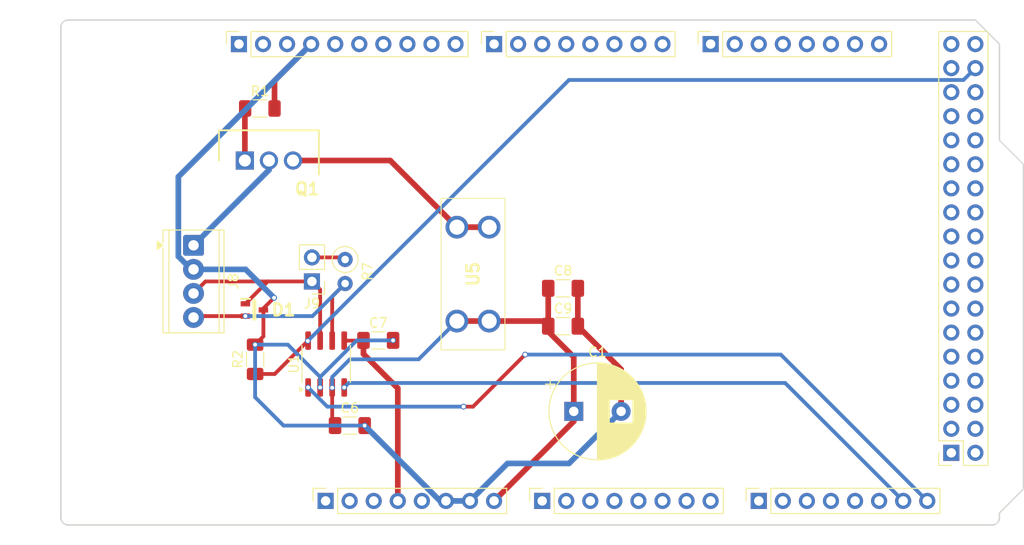
<source format=kicad_pcb>
(kicad_pcb (version 20241229) (generator "pcbnew") (generator_version "9.0")
  (title_block (date "mar. 31 mars 2015"))
  (layers (0 "F.Cu" signal) (2 "B.Cu" signal) (13 "F.Paste" user) (15 "B.Paste" user) (5 "F.SilkS" user "F.Silkscreen") (7 "B.SilkS" user "B.Silkscreen") (1 "F.Mask" user) (3 "B.Mask" user) (25 "Edge.Cuts" user))
  (net 0 "")
  (net 1 "GND")
  (net 2 "/*52")
  (net 3 "/53")
  (net 4 "/50")
  (net 5 "/51")
  (net 6 "/48")
  (net 7 "/49")
  (net 8 "/*46")
  (net 9 "/47")
  (net 10 "/*44")
  (net 11 "/*45")
  (net 12 "/42")
  (net 13 "/43")
  (net 14 "/40")
  (net 15 "/41")
  (net 16 "/38")
  (net 17 "/39")
  (net 18 "/36")
  (net 19 "/37")
  (net 20 "/34")
  (net 21 "/35")
  (net 22 "/32")
  (net 23 "/33")
  (net 24 "/30")
  (net 25 "/31")
  (net 26 "/28")
  (net 27 "/29")
  (net 28 "/26")
  (net 29 "/27")
  (net 30 "/24")
  (net 31 "/25")
  (net 32 "/22")
  (net 33 "/23")
  (net 34 "+5V")
  (net 35 "/IOREF")
  (net 36 "/A0")
  (net 37 "/A1")
  (net 38 "/A2")
  (net 39 "/A3")
  (net 40 "/A4")
  (net 41 "/A5")
  (net 42 "/A6")
  (net 43 "/A7")
  (net 44 "/A8")
  (net 45 "/A9")
  (net 46 "/A10")
  (net 47 "/A11")
  (net 48 "+VDC")
  (net 49 "CANBUS_H")
  (net 50 "CANBUS_L")
  (net 51 "/*13{slash}SCK")
  (net 52 "/AREF")
  (net 53 "/*12{slash}CIPO")
  (net 54 "/*8{slash}SCL2")
  (net 55 "/*10{slash}CS")
  (net 56 "/*9{slash}SDA2")
  (net 57 "/*11{slash}COP1")
  (net 58 "/DAC1")
  (net 59 "/*7")
  (net 60 "/*6")
  (net 61 "/*5")
  (net 62 "/*4")
  (net 63 "/*3")
  (net 64 "/*2")
  (net 65 "/TX0{slash}1")
  (net 66 "/RX0{slash}0")
  (net 67 "+3V3")
  (net 68 "/TX3{slash}14")
  (net 69 "/RX3{slash}15")
  (net 70 "/TX2{slash}16")
  (net 71 "/RX2{slash}17")
  (net 72 "/TX1{slash}18")
  (net 73 "/RX1{slash}19")
  (net 74 "CB_RX_TTL")
  (net 75 "/~{RESET}")
  (net 77 "/DAC0")
  (net 78 "CB_TX_TTL")
  (net 79 "Net-(J8-Pin_1)")
  (net 80 "Net-(J9-Pin_2)")
  (net 81 "Net-(Q1-Pad3)")
  (net 82 "Net-(Q1-Pad1)")
  (footprint "Connector_PinSocket_2.54mm:PinSocket_2x18_P2.54mm_Vertical" (layer "F.Cu") (at 193.98 92.38 180)
    (property "Reference" "J7" (hide yes))
    (property "Value" "Digital")
    (pad "1" thru_hole rect (at 0 0 180) (size 1.7 1.7) (drill 1) (layers "*.Cu" "*.Mask"))
    (pad "2" thru_hole oval (at -2.54 0 180) (size 1.7 1.7) (drill 1) (layers "*.Cu" "*.Mask"))
    (pad "3" thru_hole oval (at 0 2.54 180) (size 1.7 1.7) (drill 1) (layers "*.Cu" "*.Mask") (net 2 "/*52"))
    (pad "4" thru_hole oval (at -2.54 2.54 180) (size 1.7 1.7) (drill 1) (layers "*.Cu" "*.Mask") (net 3 "/53"))
    (pad "5" thru_hole oval (at 0 5.08 180) (size 1.7 1.7) (drill 1) (layers "*.Cu" "*.Mask") (net 4 "/50"))
    (pad "6" thru_hole oval (at -2.54 5.08 180) (size 1.7 1.7) (drill 1) (layers "*.Cu" "*.Mask") (net 5 "/51"))
    (pad "7" thru_hole oval (at 0 7.62 180) (size 1.7 1.7) (drill 1) (layers "*.Cu" "*.Mask") (net 6 "/48"))
    (pad "8" thru_hole oval (at -2.54 7.62 180) (size 1.7 1.7) (drill 1) (layers "*.Cu" "*.Mask") (net 7 "/49"))
    (pad "9" thru_hole oval (at 0 10.16 180) (size 1.7 1.7) (drill 1) (layers "*.Cu" "*.Mask") (net 8 "/*46"))
    (pad "10" thru_hole oval (at -2.54 10.16 180) (size 1.7 1.7) (drill 1) (layers "*.Cu" "*.Mask") (net 9 "/47"))
    (pad "11" thru_hole oval (at 0 12.7 180) (size 1.7 1.7) (drill 1) (layers "*.Cu" "*.Mask") (net 10 "/*44"))
    (pad "12" thru_hole oval (at -2.54 12.7 180) (size 1.7 1.7) (drill 1) (layers "*.Cu" "*.Mask") (net 11 "/*45"))
    (pad "13" thru_hole oval (at 0 15.24 180) (size 1.7 1.7) (drill 1) (layers "*.Cu" "*.Mask") (net 12 "/42"))
    (pad "14" thru_hole oval (at -2.54 15.24 180) (size 1.7 1.7) (drill 1) (layers "*.Cu" "*.Mask") (net 13 "/43"))
    (pad "15" thru_hole oval (at 0 17.78 180) (size 1.7 1.7) (drill 1) (layers "*.Cu" "*.Mask") (net 14 "/40"))
    (pad "16" thru_hole oval (at -2.54 17.78 180) (size 1.7 1.7) (drill 1) (layers "*.Cu" "*.Mask") (net 15 "/41"))
    (pad "17" thru_hole oval (at 0 20.32 180) (size 1.7 1.7) (drill 1) (layers "*.Cu" "*.Mask") (net 16 "/38"))
    (pad "18" thru_hole oval (at -2.54 20.32 180) (size 1.7 1.7) (drill 1) (layers "*.Cu" "*.Mask") (net 17 "/39"))
    (pad "19" thru_hole oval (at 0 22.86 180) (size 1.7 1.7) (drill 1) (layers "*.Cu" "*.Mask") (net 18 "/36"))
    (pad "20" thru_hole oval (at -2.54 22.86 180) (size 1.7 1.7) (drill 1) (layers "*.Cu" "*.Mask") (net 19 "/37"))
    (pad "21" thru_hole oval (at 0 25.4 180) (size 1.7 1.7) (drill 1) (layers "*.Cu" "*.Mask") (net 20 "/34"))
    (pad "22" thru_hole oval (at -2.54 25.4 180) (size 1.7 1.7) (drill 1) (layers "*.Cu" "*.Mask") (net 21 "/35"))
    (pad "23" thru_hole oval (at 0 27.94 180) (size 1.7 1.7) (drill 1) (layers "*.Cu" "*.Mask") (net 22 "/32"))
    (pad "24" thru_hole oval (at -2.54 27.94 180) (size 1.7 1.7) (drill 1) (layers "*.Cu" "*.Mask") (net 23 "/33"))
    (pad "25" thru_hole oval (at 0 30.48 180) (size 1.7 1.7) (drill 1) (layers "*.Cu" "*.Mask") (net 24 "/30"))
    (pad "26" thru_hole oval (at -2.54 30.48 180) (size 1.7 1.7) (drill 1) (layers "*.Cu" "*.Mask") (net 25 "/31"))
    (pad "27" thru_hole oval (at 0 33.02 180) (size 1.7 1.7) (drill 1) (layers "*.Cu" "*.Mask") (net 26 "/28"))
    (pad "28" thru_hole oval (at -2.54 33.02 180) (size 1.7 1.7) (drill 1) (layers "*.Cu" "*.Mask") (net 27 "/29"))
    (pad "29" thru_hole oval (at 0 35.56 180) (size 1.7 1.7) (drill 1) (layers "*.Cu" "*.Mask") (net 28 "/26"))
    (pad "30" thru_hole oval (at -2.54 35.56 180) (size 1.7 1.7) (drill 1) (layers "*.Cu" "*.Mask") (net 29 "/27"))
    (pad "31" thru_hole oval (at 0 38.1 180) (size 1.7 1.7) (drill 1) (layers "*.Cu" "*.Mask") (net 30 "/24"))
    (pad "32" thru_hole oval (at -2.54 38.1 180) (size 1.7 1.7) (drill 1) (layers "*.Cu" "*.Mask") (net 31 "/25"))
    (pad "33" thru_hole oval (at 0 40.64 180) (size 1.7 1.7) (drill 1) (layers "*.Cu" "*.Mask") (net 32 "/22"))
    (pad "34" thru_hole oval (at -2.54 40.64 180) (size 1.7 1.7) (drill 1) (layers "*.Cu" "*.Mask") (net 33 "/23"))
    (pad "35" thru_hole oval (at 0 43.18 180) (size 1.7 1.7) (drill 1) (layers "*.Cu" "*.Mask"))
    (pad "36" thru_hole oval (at -2.54 43.18 180) (size 1.7 1.7) (drill 1) (layers "*.Cu" "*.Mask"))
  )
  (footprint "Connector_PinSocket_2.54mm:PinSocket_1x08_P2.54mm_Vertical" (layer "F.Cu") (at 127.94 97.46 90)
    (property "Reference" "J1" (hide yes))
    (property "Value" "Power")
    (pad "1" thru_hole rect (at 0 0 90) (size 1.7 1.7) (drill 1) (layers "*.Cu" "*.Mask"))
    (pad "2" thru_hole oval (at 0 2.54 90) (size 1.7 1.7) (drill 1) (layers "*.Cu" "*.Mask") (net 35 "/IOREF"))
    (pad "3" thru_hole oval (at 0 5.08 90) (size 1.7 1.7) (drill 1) (layers "*.Cu" "*.Mask") (net 75 "/~{RESET}"))
    (pad "4" thru_hole oval (at 0 7.62 90) (size 1.7 1.7) (drill 1) (layers "*.Cu" "*.Mask") (net 67 "+3V3"))
    (pad "5" thru_hole oval (at 0 10.16 90) (size 1.7 1.7) (drill 1) (layers "*.Cu" "*.Mask") (net 34 "+5V"))
    (pad "6" thru_hole oval (at 0 12.7 90) (size 1.7 1.7) (drill 1) (layers "*.Cu" "*.Mask") (net 1 "GND"))
    (pad "7" thru_hole oval (at 0 15.24 90) (size 1.7 1.7) (drill 1) (layers "*.Cu" "*.Mask") (net 1 "GND"))
    (pad "8" thru_hole oval (at 0 17.78 90) (size 1.7 1.7) (drill 1) (layers "*.Cu" "*.Mask") (net 48 "+VDC"))
  )
  (footprint "Connector_PinSocket_2.54mm:PinSocket_1x08_P2.54mm_Vertical" (layer "F.Cu") (at 150.8 97.46 90)
    (property "Reference" "J3" (hide yes))
    (property "Value" "Analog")
    (pad "1" thru_hole rect (at 0 0 90) (size 1.7 1.7) (drill 1) (layers "*.Cu" "*.Mask") (net 36 "/A0"))
    (pad "2" thru_hole oval (at 0 2.54 90) (size 1.7 1.7) (drill 1) (layers "*.Cu" "*.Mask") (net 37 "/A1"))
    (pad "3" thru_hole oval (at 0 5.08 90) (size 1.7 1.7) (drill 1) (layers "*.Cu" "*.Mask") (net 38 "/A2"))
    (pad "4" thru_hole oval (at 0 7.62 90) (size 1.7 1.7) (drill 1) (layers "*.Cu" "*.Mask") (net 39 "/A3"))
    (pad "5" thru_hole oval (at 0 10.16 90) (size 1.7 1.7) (drill 1) (layers "*.Cu" "*.Mask") (net 40 "/A4"))
    (pad "6" thru_hole oval (at 0 12.7 90) (size 1.7 1.7) (drill 1) (layers "*.Cu" "*.Mask") (net 41 "/A5"))
    (pad "7" thru_hole oval (at 0 15.24 90) (size 1.7 1.7) (drill 1) (layers "*.Cu" "*.Mask") (net 42 "/A6"))
    (pad "8" thru_hole oval (at 0 17.78 90) (size 1.7 1.7) (drill 1) (layers "*.Cu" "*.Mask") (net 43 "/A7"))
  )
  (footprint "Connector_PinSocket_2.54mm:PinSocket_1x08_P2.54mm_Vertical" (layer "F.Cu") (at 173.66 97.46 90)
    (property "Reference" "J5" (hide yes))
    (property "Value" "Analog")
    (pad "1" thru_hole rect (at 0 0 90) (size 1.7 1.7) (drill 1) (layers "*.Cu" "*.Mask") (net 44 "/A8"))
    (pad "2" thru_hole oval (at 0 2.54 90) (size 1.7 1.7) (drill 1) (layers "*.Cu" "*.Mask") (net 45 "/A9"))
    (pad "3" thru_hole oval (at 0 5.08 90) (size 1.7 1.7) (drill 1) (layers "*.Cu" "*.Mask") (net 46 "/A10"))
    (pad "4" thru_hole oval (at 0 7.62 90) (size 1.7 1.7) (drill 1) (layers "*.Cu" "*.Mask") (net 47 "/A11"))
    (pad "5" thru_hole oval (at 0 10.16 90) (size 1.7 1.7) (drill 1) (layers "*.Cu" "*.Mask") (net 77 "/DAC0"))
    (pad "6" thru_hole oval (at 0 12.7 90) (size 1.7 1.7) (drill 1) (layers "*.Cu" "*.Mask") (net 58 "/DAC1"))
    (pad "7" thru_hole oval (at 0 15.24 90) (size 1.7 1.7) (drill 1) (layers "*.Cu" "*.Mask") (net 74 "CB_RX_TTL"))
    (pad "8" thru_hole oval (at 0 17.78 90) (size 1.7 1.7) (drill 1) (layers "*.Cu" "*.Mask") (net 78 "CB_TX_TTL"))
  )
  (footprint "Connector_PinSocket_2.54mm:PinSocket_1x10_P2.54mm_Vertical" (layer "F.Cu") (at 118.796 49.2 90)
    (property "Reference" "J2" (hide yes))
    (property "Value" "PWM")
    (pad "1" thru_hole rect (at 0 0 90) (size 1.7 1.7) (drill 1) (layers "*.Cu" "*.Mask"))
    (pad "2" thru_hole oval (at 0 2.54 90) (size 1.7 1.7) (drill 1) (layers "*.Cu" "*.Mask"))
    (pad "3" thru_hole oval (at 0 5.08 90) (size 1.7 1.7) (drill 1) (layers "*.Cu" "*.Mask") (net 52 "/AREF"))
    (pad "4" thru_hole oval (at 0 7.62 90) (size 1.7 1.7) (drill 1) (layers "*.Cu" "*.Mask") (net 1 "GND"))
    (pad "5" thru_hole oval (at 0 10.16 90) (size 1.7 1.7) (drill 1) (layers "*.Cu" "*.Mask") (net 51 "/*13{slash}SCK"))
    (pad "6" thru_hole oval (at 0 12.7 90) (size 1.7 1.7) (drill 1) (layers "*.Cu" "*.Mask") (net 53 "/*12{slash}CIPO"))
    (pad "7" thru_hole oval (at 0 15.24 90) (size 1.7 1.7) (drill 1) (layers "*.Cu" "*.Mask") (net 57 "/*11{slash}COP1"))
    (pad "8" thru_hole oval (at 0 17.78 90) (size 1.7 1.7) (drill 1) (layers "*.Cu" "*.Mask") (net 55 "/*10{slash}CS"))
    (pad "9" thru_hole oval (at 0 20.32 90) (size 1.7 1.7) (drill 1) (layers "*.Cu" "*.Mask") (net 56 "/*9{slash}SDA2"))
    (pad "10" thru_hole oval (at 0 22.86 90) (size 1.7 1.7) (drill 1) (layers "*.Cu" "*.Mask") (net 54 "/*8{slash}SCL2"))
  )
  (footprint "Connector_PinSocket_2.54mm:PinSocket_1x08_P2.54mm_Vertical" (layer "F.Cu") (at 145.72 49.2 90)
    (property "Reference" "J4" (hide yes))
    (property "Value" "PWM")
    (pad "1" thru_hole rect (at 0 0 90) (size 1.7 1.7) (drill 1) (layers "*.Cu" "*.Mask") (net 59 "/*7"))
    (pad "2" thru_hole oval (at 0 2.54 90) (size 1.7 1.7) (drill 1) (layers "*.Cu" "*.Mask") (net 60 "/*6"))
    (pad "3" thru_hole oval (at 0 5.08 90) (size 1.7 1.7) (drill 1) (layers "*.Cu" "*.Mask") (net 61 "/*5"))
    (pad "4" thru_hole oval (at 0 7.62 90) (size 1.7 1.7) (drill 1) (layers "*.Cu" "*.Mask") (net 62 "/*4"))
    (pad "5" thru_hole oval (at 0 10.16 90) (size 1.7 1.7) (drill 1) (layers "*.Cu" "*.Mask") (net 63 "/*3"))
    (pad "6" thru_hole oval (at 0 12.7 90) (size 1.7 1.7) (drill 1) (layers "*.Cu" "*.Mask") (net 64 "/*2"))
    (pad "7" thru_hole oval (at 0 15.24 90) (size 1.7 1.7) (drill 1) (layers "*.Cu" "*.Mask") (net 65 "/TX0{slash}1"))
    (pad "8" thru_hole oval (at 0 17.78 90) (size 1.7 1.7) (drill 1) (layers "*.Cu" "*.Mask") (net 66 "/RX0{slash}0"))
  )
  (footprint "Connector_PinSocket_2.54mm:PinSocket_1x08_P2.54mm_Vertical" (layer "F.Cu") (at 168.58 49.2 90)
    (property "Reference" "J6" (hide yes))
    (property "Value" "Communication")
    (pad "1" thru_hole rect (at 0 0 90) (size 1.7 1.7) (drill 1) (layers "*.Cu" "*.Mask") (net 68 "/TX3{slash}14"))
    (pad "2" thru_hole oval (at 0 2.54 90) (size 1.7 1.7) (drill 1) (layers "*.Cu" "*.Mask") (net 69 "/RX3{slash}15"))
    (pad "3" thru_hole oval (at 0 5.08 90) (size 1.7 1.7) (drill 1) (layers "*.Cu" "*.Mask") (net 70 "/TX2{slash}16"))
    (pad "4" thru_hole oval (at 0 7.62 90) (size 1.7 1.7) (drill 1) (layers "*.Cu" "*.Mask") (net 71 "/RX2{slash}17"))
    (pad "5" thru_hole oval (at 0 10.16 90) (size 1.7 1.7) (drill 1) (layers "*.Cu" "*.Mask") (net 72 "/TX1{slash}18"))
    (pad "6" thru_hole oval (at 0 12.7 90) (size 1.7 1.7) (drill 1) (layers "*.Cu" "*.Mask") (net 73 "/RX1{slash}19"))
    (pad "7" thru_hole oval (at 0 15.24 90) (size 1.7 1.7) (drill 1) (layers "*.Cu" "*.Mask"))
    (pad "8" thru_hole oval (at 0 17.78 90) (size 1.7 1.7) (drill 1) (layers "*.Cu" "*.Mask"))
  )
  (footprint "Resistor_THT:R_Axial_DIN0207_L6.3mm_D2.5mm_P2.54mm_Vertical" (layer "F.Cu") (at 130 71.955 -90)
    (property "Reference" "R7" (at 1.27 -2.37 90) (layer "F.SilkS"))
    (property "Value" "120")
    (pad "1" thru_hole circle (at 0 0 270) (size 1.6 1.6) (drill 0.8) (layers "*.Cu" "*.Mask") (net 80 "Net-(J9-Pin_2)"))
    (pad "2" thru_hole oval (at 2.54 0 270) (size 1.6 1.6) (drill 0.8) (layers "*.Cu" "*.Mask") (net 50 "CANBUS_L"))
  )
  (footprint "Arduino_MountingHole:MountingHole_3.2mm" (layer "F.Cu") (at 196.52 97.46)
    (property "Reference" "MH6" (hide yes))
    (property "Value" "MountingHole_3.2mm" (hide yes))
    (pad "" np_thru_hole circle (at 0 0) (size 3.2 3.2) (drill 3.2) (layers "*.Cu" "*.Mask"))
  )
  (footprint "Capacitor_THT:CP_Radial_D10.0mm_P5.00mm" (layer "F.Cu") (at 154.132323 88)
    (property "Reference" "C1" (at 2.5 -6.25 0) (layer "F.SilkS"))
    (property "Value" "1000uf")
    (pad "1" thru_hole rect (at 0 0) (size 2 2) (drill 1) (layers "*.Cu" "*.Mask") (net 48 "+VDC"))
    (pad "2" thru_hole circle (at 5 0) (size 2 2) (drill 1) (layers "*.Cu" "*.Mask") (net 1 "GND"))
  )
  (footprint "SamacSys:SOT65P210X110-3N" (layer "F.Cu") (at 120.425 77.285)
    (property "Reference" "D1" (at 3.075 0 0) (layer "F.SilkS") (effects (font (size 1.27 1.27) (thickness 0.254))))
    (property "Value" "PESD5V0L2UU,115" (hide yes))
    (pad "1" smd rect (at -0.95 -0.65 90) (size 0.55 1) (layers "F.Cu" "F.Mask" "F.Paste") (net 49 "CANBUS_H"))
    (pad "2" smd rect (at -0.95 0.65 90) (size 0.55 1) (layers "F.Cu" "F.Mask" "F.Paste") (net 50 "CANBUS_L"))
    (pad "3" smd rect (at 0.95 0 90) (size 0.55 1) (layers "F.Cu" "F.Mask" "F.Paste") (net 1 "GND"))
  )
  (footprint "Capacitor_SMD:C_1206_3216Metric_Pad1.33x1.80mm_HandSolder" (layer "F.Cu") (at 153 75)
    (property "Reference" "C8" (at 0 -1.85 0) (layer "F.SilkS"))
    (property "Value" "10nf")
    (pad "1" smd roundrect (at -1.5625 0) (size 1.325 1.8) (layers "F.Cu" "F.Mask" "F.Paste") (roundrect_rratio 0.188679) (net 48 "+VDC"))
    (pad "2" smd roundrect (at 1.5625 0) (size 1.325 1.8) (layers "F.Cu" "F.Mask" "F.Paste") (roundrect_rratio 0.188679) (net 1 "GND"))
  )
  (footprint "SamacSys:3568" (layer "F.Cu") (at 141.8 68.54 -90)
    (property "Reference" "U5" (at 4.96 -1.7 270) (layer "F.SilkS") (effects (font (size 1.27 1.27) (thickness 0.254))))
    (property "Value" "3568" (hide yes))
    (pad "1" thru_hole circle (at 0 0 270) (size 2.4 2.4) (drill 1.6) (layers "*.Cu" "*.Mask") (net 81 "Net-(Q1-Pad3)"))
    (pad "2" thru_hole circle (at 0 -3.4 270) (size 2.4 2.4) (drill 1.6) (layers "*.Cu" "*.Mask") (net 81 "Net-(Q1-Pad3)"))
    (pad "3" thru_hole circle (at 9.92 0 270) (size 2.4 2.4) (drill 1.6) (layers "*.Cu" "*.Mask") (net 48 "+VDC"))
    (pad "4" thru_hole circle (at 9.92 -3.4 270) (size 2.4 2.4) (drill 1.6) (layers "*.Cu" "*.Mask") (net 48 "+VDC"))
  )
  (footprint "SamacSys:TO254P469X1042X1967-3P" (layer "F.Cu") (at 119.42 61.5)
    (property "Reference" "Q1" (at 6.58 3 0) (layer "F.SilkS") (effects (font (size 1.27 1.27) (thickness 0.254))))
    (property "Value" "IRF9Z34NPBF" (hide yes))
    (pad "1" thru_hole rect (at 0 0) (size 1.92 1.92) (drill 1.28) (layers "*.Cu" "*.Mask") (net 82 "Net-(Q1-Pad1)"))
    (pad "2" thru_hole circle (at 2.54 0) (size 1.92 1.92) (drill 1.28) (layers "*.Cu" "*.Mask") (net 79 "Net-(J8-Pin_1)"))
    (pad "3" thru_hole circle (at 5.08 0) (size 1.92 1.92) (drill 1.28) (layers "*.Cu" "*.Mask") (net 81 "Net-(Q1-Pad3)"))
  )
  (footprint "Package_SO:SOIC-8_3.9x4.9mm_P1.27mm" (layer "F.Cu") (at 128 83 90)
    (property "Reference" "U1" (at 0 -3.4 90) (layer "F.SilkS"))
    (property "Value" "MCP2562-H-SN")
    (pad "1" smd roundrect (at -2.475 -1.905 90) (size 1.95 0.6) (layers "F.Cu" "F.Mask" "F.Paste") (net 78 "CB_TX_TTL"))
    (pad "2" smd roundrect (at -2.475 -0.635 90) (size 1.95 0.6) (layers "F.Cu" "F.Mask" "F.Paste") (net 1 "GND"))
    (pad "3" smd roundrect (at -2.475 0.635 90) (size 1.95 0.6) (layers "F.Cu" "F.Mask" "F.Paste") (net 48 "+VDC"))
    (pad "4" smd roundrect (at -2.475 1.905 90) (size 1.95 0.6) (layers "F.Cu" "F.Mask" "F.Paste") (net 74 "CB_RX_TTL"))
    (pad "5" smd roundrect (at 2.475 1.905 90) (size 1.95 0.6) (layers "F.Cu" "F.Mask" "F.Paste") (net 67 "+3V3"))
    (pad "6" smd roundrect (at 2.475 0.635 90) (size 1.95 0.6) (layers "F.Cu" "F.Mask" "F.Paste") (net 50 "CANBUS_L"))
    (pad "7" smd roundrect (at 2.475 -0.635 90) (size 1.95 0.6) (layers "F.Cu" "F.Mask" "F.Paste") (net 49 "CANBUS_H"))
    (pad "8" smd roundrect (at 2.475 -1.905 90) (size 1.95 0.6) (layers "F.Cu" "F.Mask" "F.Paste") (net 33 "/23"))
  )
  (footprint "Arduino_MountingHole:MountingHole_3.2mm" (layer "F.Cu") (at 115.24 49.2)
    (property "Reference" "MH1" (hide yes))
    (property "Value" "MountingHole_3.2mm" (hide yes))
    (pad "" np_thru_hole circle (at 0 0) (size 3.2 3.2) (drill 3.2) (layers "*.Cu" "*.Mask"))
  )
  (footprint "Capacitor_SMD:C_1206_3216Metric_Pad1.33x1.80mm_HandSolder" (layer "F.Cu") (at 133.5 80.5)
    (property "Reference" "C7" (at 0 -1.85 0) (layer "F.SilkS"))
    (property "Value" "100nf")
    (pad "1" smd roundrect (at -1.5625 0) (size 1.325 1.8) (layers "F.Cu" "F.Mask" "F.Paste") (roundrect_rratio 0.188679) (net 67 "+3V3"))
    (pad "2" smd roundrect (at 1.5625 0) (size 1.325 1.8) (layers "F.Cu" "F.Mask" "F.Paste") (roundrect_rratio 0.188679) (net 1 "GND"))
  )
  (footprint "Resistor_SMD:R_1206_3216Metric_Pad1.30x1.75mm_HandSolder" (layer "F.Cu") (at 120.5 82.5 90)
    (property "Reference" "R2" (at 0 -1.82 90) (layer "F.SilkS"))
    (property "Value" "10k")
    (pad "1" smd roundrect (at -1.55 0 90) (size 1.3 1.75) (layers "F.Cu" "F.Mask" "F.Paste") (roundrect_rratio 0.192308) (net 33 "/23"))
    (pad "2" smd roundrect (at 1.55 0 90) (size 1.3 1.75) (layers "F.Cu" "F.Mask" "F.Paste") (roundrect_rratio 0.192308) (net 1 "GND"))
  )
  (footprint "Capacitor_SMD:C_1206_3216Metric_Pad1.33x1.80mm_HandSolder" (layer "F.Cu") (at 130.5 89.5)
    (property "Reference" "C6" (at 0 -1.85 0) (layer "F.SilkS"))
    (property "Value" "100nf")
    (pad "1" smd roundrect (at -1.5625 0) (size 1.325 1.8) (layers "F.Cu" "F.Mask" "F.Paste") (roundrect_rratio 0.188679) (net 48 "+VDC"))
    (pad "2" smd roundrect (at 1.5625 0) (size 1.325 1.8) (layers "F.Cu" "F.Mask" "F.Paste") (roundrect_rratio 0.188679) (net 1 "GND"))
  )
  (footprint "Resistor_SMD:R_1206_3216Metric_Pad1.30x1.75mm_HandSolder" (layer "F.Cu") (at 121 56)
    (property "Reference" "R1" (at 0 -1.82 0) (layer "F.SilkS"))
    (property "Value" "10k")
    (pad "1" smd roundrect (at -1.55 0) (size 1.3 1.75) (layers "F.Cu" "F.Mask" "F.Paste") (roundrect_rratio 0.192308) (net 82 "Net-(Q1-Pad1)"))
    (pad "2" smd roundrect (at 1.55 0) (size 1.3 1.75) (layers "F.Cu" "F.Mask" "F.Paste") (roundrect_rratio 0.192308) (net 1 "GND"))
  )
  (footprint "Connector_PinHeader_2.54mm:PinHeader_1x02_P2.54mm_Vertical" (layer "F.Cu") (at 126.5 74.275 180)
    (property "Reference" "J9" (at 0 -2.33 0) (layer "F.SilkS"))
    (property "Value" "Conn_01x02")
    (pad "1" thru_hole rect (at 0 0 180) (size 1.7 1.7) (drill 1) (layers "*.Cu" "*.Mask") (net 49 "CANBUS_H"))
    (pad "2" thru_hole oval (at 0 2.54 180) (size 1.7 1.7) (drill 1) (layers "*.Cu" "*.Mask") (net 80 "Net-(J9-Pin_2)"))
  )
  (footprint "TerminalBlock_Phoenix:TerminalBlock_Phoenix_MPT-0,5-4-2.54_1x04_P2.54mm_Horizontal" (layer "F.Cu") (at 114 70.46 -90)
    (property "Reference" "J8" (at 3.81 -4.22 90) (layer "F.SilkS"))
    (property "Value" "Power_And_CAN")
    (pad "1" thru_hole roundrect (at 0 0 270) (size 2.2 2.2) (drill 1.1) (layers "*.Cu" "*.Mask") (roundrect_rratio 0.113636) (net 79 "Net-(J8-Pin_1)"))
    (pad "2" thru_hole circle (at 2.54 0 270) (size 2.2 2.2) (drill 1.1) (layers "*.Cu" "*.Mask") (net 1 "GND"))
    (pad "3" thru_hole circle (at 5.08 0 270) (size 2.2 2.2) (drill 1.1) (layers "*.Cu" "*.Mask") (net 49 "CANBUS_H"))
    (pad "4" thru_hole circle (at 7.62 0 270) (size 2.2 2.2) (drill 1.1) (layers "*.Cu" "*.Mask") (net 50 "CANBUS_L"))
  )
  (footprint "Arduino_MountingHole:MountingHole_3.2mm" (layer "F.Cu") (at 113.97 97.46)
    (property "Reference" "MH2" (hide yes))
    (property "Value" "MountingHole_3.2mm" (hide yes))
    (pad "" np_thru_hole circle (at 0 0) (size 3.2 3.2) (drill 3.2) (layers "*.Cu" "*.Mask"))
  )
  (footprint "Arduino_MountingHole:MountingHole_3.2mm" (layer "F.Cu") (at 166.04 64.44)
    (property "Reference" "MH3" (hide yes))
    (property "Value" "MountingHole_3.2mm" (hide yes))
    (pad "" np_thru_hole circle (at 0 0) (size 3.2 3.2) (drill 3.2) (layers "*.Cu" "*.Mask"))
  )
  (footprint "Arduino_MountingHole:MountingHole_3.2mm" (layer "F.Cu") (at 166.04 92.38)
    (property "Reference" "MH4" (hide yes))
    (property "Value" "MountingHole_3.2mm" (hide yes))
    (pad "" np_thru_hole circle (at 0 0) (size 3.2 3.2) (drill 3.2) (layers "*.Cu" "*.Mask"))
  )
  (footprint "Arduino_MountingHole:MountingHole_3.2mm" (layer "F.Cu") (at 190.17 49.2)
    (property "Reference" "MH5" (hide yes))
    (property "Value" "MountingHole_3.2mm" (hide yes))
    (pad "" np_thru_hole circle (at 0 0) (size 3.2 3.2) (drill 3.2) (layers "*.Cu" "*.Mask"))
  )
  (footprint "Capacitor_SMD:C_1206_3216Metric_Pad1.33x1.80mm_HandSolder" (layer "F.Cu") (at 153 79)
    (property "Reference" "C9" (at 0 -1.85 0) (layer "F.SilkS"))
    (property "Value" "100nf")
    (pad "1" smd roundrect (at -1.5625 0) (size 1.325 1.8) (layers "F.Cu" "F.Mask" "F.Paste") (roundrect_rratio 0.188679) (net 48 "+VDC"))
    (pad "2" smd roundrect (at 1.5625 0) (size 1.325 1.8) (layers "F.Cu" "F.Mask" "F.Paste") (roundrect_rratio 0.188679) (net 1 "GND"))
  )
  (gr_line (start 199.06 59.36) (end 201.6 61.9) (stroke (width 0.15)) (layer "Edge.Cuts"))
  (gr_line (start 100 99.238) (end 100 47.422) (stroke (width 0.15)) (layer "Edge.Cuts"))
  (gr_line (start 201.6 61.9) (end 201.6 96.19) (stroke (width 0.15)) (layer "Edge.Cuts"))
  (gr_line (start 198.298 100) (end 100.762 100) (stroke (width 0.15)) (layer "Edge.Cuts"))
  (gr_line (start 100.762 46.66) (end 196.52 46.66) (stroke (width 0.15)) (layer "Edge.Cuts"))
  (gr_arc (start 100.762 100) (mid 100.223185 99.776815) (end 100 99.238) (stroke (width 0.15)) (layer "Edge.Cuts"))
  (gr_line (start 201.6 96.19) (end 199.06 98.73) (stroke (width 0.15)) (layer "Edge.Cuts"))
  (gr_line (start 196.52 46.66) (end 199.06 49.2) (stroke (width 0.15)) (layer "Edge.Cuts"))
  (gr_arc (start 199.06 99.238) (mid 198.836815 99.776815) (end 198.298 100) (stroke (width 0.15)) (layer "Edge.Cuts"))
  (gr_line (start 199.06 49.2) (end 199.06 59.36) (stroke (width 0.15)) (layer "Edge.Cuts"))
  (gr_line (start 199.06 98.73) (end 199.06 99.238) (stroke (width 0.15)) (layer "Edge.Cuts"))
  (gr_arc (start 100 47.422) (mid 100.223185 46.883185) (end 100.762 46.66) (stroke (width 0.15)) (layer "Edge.Cuts"))
  (segment (start 121.375 77.285) (end 121.375 80.075) (width 0.4) (layer "F.Cu") (net 1))
  (segment (start 121.375 77.285) (end 121.375 77.125) (width 0.4) (layer "F.Cu") (net 1))
  (segment (start 121.375 80.075) (end 120.5 80.95) (width 0.4) (layer "F.Cu") (net 1))
  (segment (start 122.55 53.066) (end 126.416 49.2) (width 0.6) (layer "F.Cu") (net 1))
  (segment (start 159.132323 88) (end 159.132323 83.569823) (width 0.6) (layer "F.Cu") (net 1))
  (segment (start 122.55 56) (end 122.55 53.066) (width 0.6) (layer "F.Cu") (net 1))
  (segment (start 159.132323 83.569823) (end 154.5625 79) (width 0.6) (layer "F.Cu") (net 1))
  (segment (start 121.375 77.125) (end 122.5 76) (width 0.4) (layer "F.Cu") (net 1))
  (segment (start 154.5625 75) (end 154.5625 79) (width 0.6) (layer "F.Cu") (net 1))
  (via (at 132.0625 89.5) (size 0.6) (drill 0.4) (layers "F.Cu" "B.Cu") (net 1))
  (via (at 120.5 80.95) (size 0.6) (drill 0.4) (layers "F.Cu" "B.Cu") (net 1))
  (via (at 127.365 85.475) (size 0.6) (drill 0.4) (layers "F.Cu" "B.Cu") (net 1))
  (via (at 122.5 76) (size 0.6) (drill 0.4) (layers "F.Cu" "B.Cu") (net 1))
  (via (at 135.0625 80.5) (size 0.6) (drill 0.4) (layers "F.Cu" "B.Cu") (net 1))
  (segment (start 120.5 86.5) (end 123.5 89.5) (width 0.4) (layer "B.Cu") (net 1))
  (segment (start 143.18 97.46) (end 140.64 97.46) (width 0.6) (layer "B.Cu") (net 1))
  (segment (start 112.399 71.628002) (end 112.399 63.217) (width 0.6) (layer "B.Cu") (net 1))
  (segment (start 140.64 97.46) (end 140.0225 97.46) (width 0.6) (layer "B.Cu") (net 1))
  (segment (start 127.365 85.475) (end 127.365 84.365) (width 0.4) (layer "B.Cu") (net 1))
  (segment (start 147.14 93.5) (end 143.18 97.46) (width 0.6) (layer "B.Cu") (net 1))
  (segment (start 159.132323 88) (end 153.632323 93.5) (width 0.6) (layer "B.Cu") (net 1))
  (segment (start 123.95 80.95) (end 120.5 80.95) (width 0.4) (layer "B.Cu") (net 1))
  (segment (start 131.23 80.5) (end 127.365 84.365) (width 0.4) (layer "B.Cu") (net 1))
  (segment (start 127.365 84.365) (end 123.95 80.95) (width 0.4) (layer "B.Cu") (net 1))
  (segment (start 140.0225 97.46) (end 132.0625 89.5) (width 0.6) (layer "B.Cu") (net 1))
  (segment (start 114 73) (end 119.5 73) (width 0.6) (layer "B.Cu") (net 1))
  (segment (start 120.5 80.95) (end 120.5 86.5) (width 0.4) (layer "B.Cu") (net 1))
  (segment (start 119.5 73) (end 122.5 76) (width 0.6) (layer "B.Cu") (net 1))
  (segment (start 114 73) (end 113.770998 73) (width 0.6) (layer "B.Cu") (net 1))
  (segment (start 113.770998 73) (end 112.399 71.628002) (width 0.6) (layer "B.Cu") (net 1))
  (segment (start 123.5 89.5) (end 132.0625 89.5) (width 0.4) (layer "B.Cu") (net 1))
  (segment (start 135.0625 80.5) (end 131.23 80.5) (width 0.4) (layer "B.Cu") (net 1))
  (segment (start 153.632323 93.5) (end 147.14 93.5) (width 0.6) (layer "B.Cu") (net 1))
  (segment (start 112.399 63.217) (end 126.416 49.2) (width 0.6) (layer "B.Cu") (net 1))
  (segment (start 122.57 84.05) (end 126.06 80.56) (width 0.4) (layer "F.Cu") (net 33))
  (segment (start 120.5 84.05) (end 122.57 84.05) (width 0.4) (layer "F.Cu") (net 33))
  (segment (start 126.06 80.56) (end 126.095 80.525) (width 0.4) (layer "F.Cu") (net 33))
  (via (at 126.06 80.56) (size 0.6) (drill 0.4) (layers "F.Cu" "B.Cu") (net 33))
  (segment (start 153.629 52.991) (end 195.269 52.991) (width 0.4) (layer "B.Cu") (net 33))
  (segment (start 126.06 80.56) (end 153.629 52.991) (width 0.4) (layer "B.Cu") (net 33))
  (segment (start 195.269 52.991) (end 196.52 51.74) (width 0.4) (layer "B.Cu") (net 33))
  (segment (start 128.635 85.5) (end 128.635 89.1975) (width 0.4) (layer "F.Cu") (net 48))
  (segment (start 128.635 89.1975) (end 128.9375 89.5) (width 0.4) (layer "F.Cu") (net 48))
  (segment (start 151.4375 75) (end 151.4375 79) (width 0.6) (layer "F.Cu") (net 48))
  (segment (start 151.4375 79) (end 151.4375 79.5625) (width 0.6) (layer "F.Cu") (net 48))
  (segment (start 141.8 78.46) (end 145.2 78.46) (width 0.6) (layer "F.Cu") (net 48))
  (segment (start 154.132323 82.257323) (end 154.132323 88) (width 0.6) (layer "F.Cu") (net 48))
  (segment (start 151.4375 79.5625) (end 154.132323 82.257323) (width 0.6) (layer "F.Cu") (net 48))
  (segment (start 128.635 85.475) (end 128.635 85.5) (width 0.4) (layer "F.Cu") (net 48))
  (segment (start 154.132323 89.047677) (end 145.72 97.46) (width 0.6) (layer "F.Cu") (net 48))
  (segment (start 150.8975 78.46) (end 151.4375 79) (width 0.6) (layer "F.Cu") (net 48))
  (segment (start 145.2 78.46) (end 150.8975 78.46) (width 0.6) (layer "F.Cu") (net 48))
  (segment (start 154.132323 88) (end 154.132323 89.047677) (width 0.6) (layer "F.Cu") (net 48))
  (via (at 128.635 85.5) (size 0.6) (drill 0.4) (layers "F.Cu" "B.Cu") (net 48))
  (segment (start 128.635 84.365) (end 130.5 82.5) (width 0.4) (layer "B.Cu") (net 48))
  (segment (start 137.76 82.5) (end 141.8 78.46) (width 0.4) (layer "B.Cu") (net 48))
  (segment (start 130.5 82.5) (end 137.76 82.5) (width 0.4) (layer "B.Cu") (net 48))
  (segment (start 128.635 85.5) (end 128.635 84.365) (width 0.4) (layer "B.Cu") (net 48))
  (segment (start 114 75.54) (end 115.265 74.275) (width 0.4) (layer "F.Cu") (net 49))
  (segment (start 127.365 75.14) (end 126.5 74.275) (width 0.4) (layer "F.Cu") (net 49))
  (segment (start 121.835 74.275) (end 119.475 76.635) (width 0.4) (layer "F.Cu") (net 49))
  (segment (start 115.265 74.275) (end 121.835 74.275) (width 0.4) (layer "F.Cu") (net 49))
  (segment (start 126.5 74.275) (end 121.835 74.275) (width 0.4) (layer "F.Cu") (net 49))
  (segment (start 127.365 80.525) (end 127.365 75.14) (width 0.4) (layer "F.Cu") (net 49))
  (segment (start 128.635 80.525) (end 128.635 75.86) (width 0.4) (layer "F.Cu") (net 50))
  (segment (start 119.475 77.935) (end 114.145 77.935) (width 0.4) (layer "F.Cu") (net 50))
  (segment (start 114.145 77.935) (end 114 78.08) (width 0.4) (layer "F.Cu") (net 50))
  (segment (start 128.635 75.86) (end 130 74.495) (width 0.4) (layer "F.Cu") (net 50))
  (via (at 119.475 77.935) (size 0.6) (drill 0.4) (layers "F.Cu" "B.Cu") (net 50))
  (segment (start 119.475 77.935) (end 126.56 77.935) (width 0.4) (layer "B.Cu") (net 50))
  (segment (start 126.56 77.935) (end 130 74.495) (width 0.4) (layer "B.Cu") (net 50))
  (segment (start 129.905 80.525) (end 131.9125 80.525) (width 0.4) (layer "F.Cu") (net 67))
  (segment (start 131.9375 81.9375) (end 131.9375 80.5) (width 0.6) (layer "F.Cu") (net 67))
  (segment (start 131.9125 80.525) (end 131.9375 80.5) (width 0.4) (layer "F.Cu") (net 67))
  (segment (start 135.56 97.46) (end 135.56 85.56) (width 0.6) (layer "F.Cu") (net 67))
  (segment (start 135.56 85.56) (end 131.9375 81.9375) (width 0.6) (layer "F.Cu") (net 67))
  (via (at 129.905 85.475) (size 0.6) (drill 0.4) (layers "F.Cu" "B.Cu") (net 74))
  (segment (start 130.38 85) (end 176.44 85) (width 0.4) (layer "B.Cu") (net 74))
  (segment (start 129.905 85.475) (end 130.38 85) (width 0.4) (layer "B.Cu") (net 74))
  (segment (start 176.44 85) (end 188.9 97.46) (width 0.4) (layer "B.Cu") (net 74))
  (segment (start 143.5 87.5) (end 149 82) (width 0.4) (layer "F.Cu") (net 78))
  (segment (start 142.5 87.5) (end 143.5 87.5) (width 0.4) (layer "F.Cu") (net 78))
  (via (at 126.095 85.475) (size 0.6) (drill 0.4) (layers "F.Cu" "B.Cu") (net 78))
  (via (at 142.5 87.5) (size 0.6) (drill 0.4) (layers "F.Cu" "B.Cu") (net 78))
  (via (at 149 82) (size 0.6) (drill 0.4) (layers "F.Cu" "B.Cu") (net 78))
  (segment (start 128.12 87.5) (end 142.5 87.5) (width 0.4) (layer "B.Cu") (net 78))
  (segment (start 126.095 85.475) (end 128.12 87.5) (width 0.4) (layer "B.Cu") (net 78))
  (segment (start 149 82) (end 175.98 82) (width 0.4) (layer "B.Cu") (net 78))
  (segment (start 191.44 97.46) (end 175.98 82) (width 0.4) (layer "B.Cu") (net 78))
  (segment (start 121.96 62.5) (end 121.96 61.5) (width 0.6) (layer "B.Cu") (net 79))
  (segment (start 114 70.46) (end 121.96 62.5) (width 0.6) (layer "B.Cu") (net 79))
  (segment (start 129.78 71.735) (end 130 71.955) (width 0.4) (layer "F.Cu") (net 80))
  (segment (start 126.5 71.735) (end 129.78 71.735) (width 0.4) (layer "F.Cu") (net 80))
  (segment (start 124.5 61.5) (end 134.76 61.5) (width 0.6) (layer "F.Cu") (net 81))
  (segment (start 134.76 61.5) (end 141.8 68.54) (width 0.6) (layer "F.Cu") (net 81))
  (segment (start 141.8 68.54) (end 145.2 68.54) (width 0.6) (layer "F.Cu") (net 81))
  (segment (start 119.42 56.03) (end 119.45 56) (width 0.6) (layer "F.Cu") (net 82))
  (segment (start 119.42 61.5) (end 119.42 56.03) (width 0.6) (layer "F.Cu") (net 82))
)
</source>
